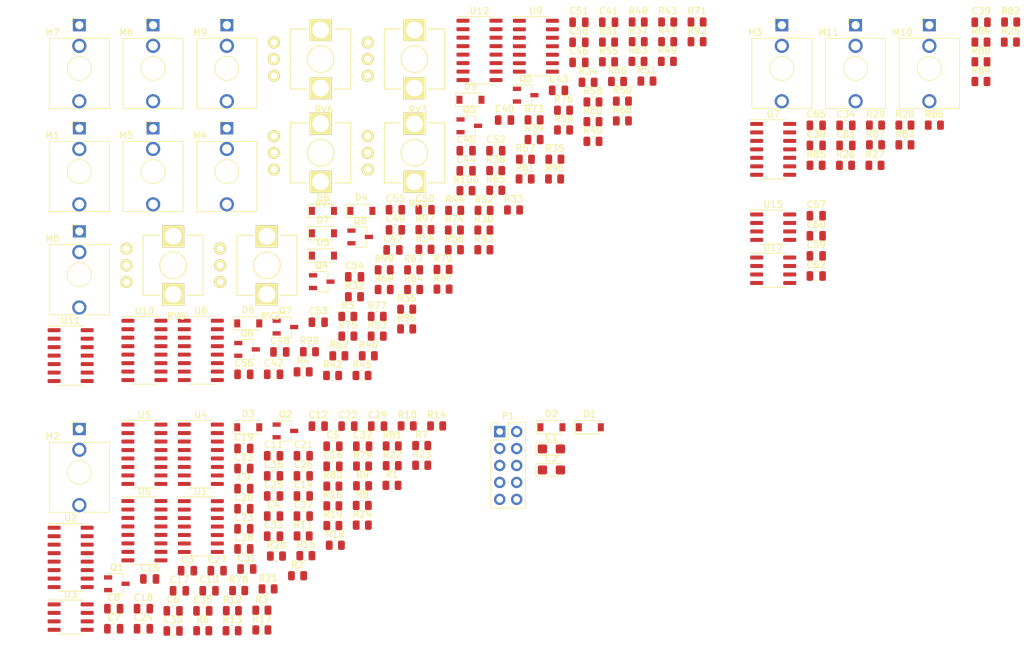
<source format=kicad_pcb>
(kicad_pcb (version 20211014) (generator pcbnew)
  (layers (0 "F.Cu" signal) (31 "B.Cu" signal) (34 "B.Paste" user) (35 "F.Paste" user) (36 "B.SilkS" user "B.Silkscreen") (37 "F.SilkS" user "F.Silkscreen") (38 "B.Mask" user) (39 "F.Mask" user) (44 "Edge.Cuts" user))
  (net 0 "")
  (net 1 "+12V")
  (net 2 "GND")
  (net 3 "-12V")
  (net 4 "+7.5V")
  (net 5 "-8V")
  (net 6 "B2")
  (net 7 "Net-(C5-Pad2)")
  (net 8 "Net-(C6-Pad2)")
  (net 9 "Net-(C7-Pad2)")
  (net 10 "Net-(C8-Pad2)")
  (net 11 "Net-(C9-Pad2)")
  (net 12 "Net-(C11-Pad2)")
  (net 13 "Net-(C12-Pad2)")
  (net 14 "Net-(C14-Pad2)")
  (net 15 "B3")
  (net 16 "Net-(C17-Pad2)")
  (net 17 "Net-(C18-Pad2)")
  (net 18 "Net-(C19-Pad2)")
  (net 19 "Net-(C20-Pad2)")
  (net 20 "Net-(C21-Pad2)")
  (net 21 "Net-(C22-Pad2)")
  (net 22 "Net-(C23-Pad2)")
  (net 23 "Net-(C25-Pad2)")
  (net 24 "R1")
  (net 25 "Net-(C28-Pad2)")
  (net 26 "Net-(C29-Pad2)")
  (net 27 "Net-(C30-Pad2)")
  (net 28 "Net-(C31-Pad2)")
  (net 29 "Net-(C32-Pad2)")
  (net 30 "Net-(C33-Pad2)")
  (net 31 "Net-(C35-Pad2)")
  (net 32 "Net-(C37-Pad2)")
  (net 33 "Net-(C39-Pad1)")
  (net 34 "Net-(C39-Pad2)")
  (net 35 "Net-(C44-Pad1)")
  (net 36 "Net-(C44-Pad2)")
  (net 37 "Net-(C45-Pad1)")
  (net 38 "Net-(C45-Pad2)")
  (net 39 "Net-(C48-Pad1)")
  (net 40 "Net-(C48-Pad2)")
  (net 41 "Net-(C49-Pad1)")
  (net 42 "Net-(C49-Pad2)")
  (net 43 "Net-(C53-Pad1)")
  (net 44 "Net-(C53-Pad2)")
  (net 45 "Net-(C58-Pad1)")
  (net 46 "Net-(C58-Pad2)")
  (net 47 "Net-(C61-Pad1)")
  (net 48 "Net-(C61-Pad2)")
  (net 49 "Net-(C65-Pad1)")
  (net 50 "Net-(C65-Pad2)")
  (net 51 "Net-(D1-Pad1)")
  (net 52 "Net-(D2-Pad2)")
  (net 53 "Net-(D3-Pad1)")
  (net 54 "Net-(D3-Pad2)")
  (net 55 "Net-(M1-Pad3)")
  (net 56 "SIGG1")
  (net 57 "Net-(M2-Pad3)")
  (net 58 "Net-(M3-Pad3)")
  (net 60 "Net-(M4-Pad3)")
  (net 62 "Net-(M5-Pad3)")
  (net 64 "Net-(M6-Pad3)")
  (net 66 "Net-(M7-Pad3)")
  (net 68 "Net-(M8-Pad3)")
  (net 70 "Net-(M9-Pad3)")
  (net 72 "Net-(M10-Pad3)")
  (net 74 "Net-(M11-Pad3)")
  (net 76 "Net-(Q1-Pad1)")
  (net 77 "Net-(Q2-Pad1)")
  (net 78 "Net-(Q3-Pad2)")
  (net 79 "C1")
  (net 80 "Net-(Q4-Pad2)")
  (net 81 "C2")
  (net 82 "Net-(Q5-Pad2)")
  (net 83 "C3")
  (net 84 "Net-(Q6-Pad2)")
  (net 85 "C4")
  (net 86 "Net-(Q7-Pad2)")
  (net 87 "C5")
  (net 88 "Net-(Q8-Pad2)")
  (net 89 "C6")
  (net 90 "Net-(R4-Pad1)")
  (net 91 "Net-(R5-Pad1)")
  (net 92 "Net-(R6-Pad1)")
  (net 93 "Net-(R10-Pad2)")
  (net 94 "X2VCA")
  (net 95 "Net-(R10-Pad1)")
  (net 96 "Net-(R11-Pad1)")
  (net 97 "Net-(R15-Pad1)")
  (net 98 "Net-(R16-Pad1)")
  (net 99 "Net-(R17-Pad1)")
  (net 100 "Net-(R18-Pad1)")
  (net 101 "Net-(R19-Pad2)")
  (net 102 "Net-(R21-Pad1)")
  (net 103 "BB2")
  (net 104 "Net-(R22-Pad1)")
  (net 105 "Net-(R23-Pad1)")
  (net 106 "OUTX2")
  (net 107 "Net-(R24-Pad1)")
  (net 108 "Net-(R25-Pad1)")
  (net 109 "Net-(R29-Pad1)")
  (net 110 "Net-(R30-Pad1)")
  (net 111 "Net-(R32-Pad2)")
  (net 112 "Net-(R33-Pad1)")
  (net 113 "Net-(R34-Pad1)")
  (net 114 "Net-(R35-Pad1)")
  (net 115 "Net-(R36-Pad2)")
  (net 116 "Net-(R37-Pad1)")
  (net 117 "Net-(R38-Pad2)")
  (net 118 "Net-(R39-Pad1)")
  (net 119 "Net-(R41-Pad2)")
  (net 120 "Net-(R43-Pad2)")
  (net 121 "Net-(R46-Pad1)")
  (net 122 "Net-(R47-Pad1)")
  (net 123 "Net-(R50-Pad1)")
  (net 124 "Net-(R51-Pad2)")
  (net 125 "Net-(R52-Pad1)")
  (net 126 "Net-(R53-Pad1)")
  (net 127 "Net-(R54-Pad1)")
  (net 128 "Net-(R55-Pad1)")
  (net 129 "Net-(R57-Pad2)")
  (net 130 "Net-(R59-Pad2)")
  (net 131 "Net-(R62-Pad1)")
  (net 132 "Net-(R64-Pad2)")
  (net 133 "Net-(R65-Pad1)")
  (net 134 "Net-(R67-Pad1)")
  (net 135 "Net-(R68-Pad1)")
  (net 136 "Net-(R68-Pad2)")
  (net 137 "Net-(R69-Pad1)")
  (net 138 "Net-(R69-Pad2)")
  (net 139 "Net-(R73-Pad1)")
  (net 140 "Net-(R74-Pad2)")
  (net 141 "B2RET")
  (net 142 "B3RET")
  (net 143 "VCAA6")
  (net 144 "Net-(R82-Pad1)")
  (net 145 "Net-(R83-Pad1)")
  (net 146 "/bintic/C1")
  (net 147 "/bintic/C2")
  (net 148 "/bintic/C3")
  (net 168 "Net-(U15-Pad5)")
  (footprint "Resistor_SMD:R_0805_2012Metric" (layer "F.Cu") (at 124.735 120.29)
    (fp_text reference "R16")
    (fp_text value "100R")
  )
  (footprint "Resistor_SMD:R_0805_2012Metric" (layer "F.Cu") (at 126.975 94.86)
    (fp_text reference "R75")
    (fp_text value "100K")
  )
  (footprint "Capacitor_SMD:C_0805_2012Metric" (layer "F.Cu") (at 197.155 63.28)
    (fp_text reference "C65")
    (fp_text value "100pF")
  )
  (footprint "Capacitor_SMD:C_0805_2012Metric" (layer "F.Cu") (at 161.605 53.85)
    (fp_text reference "C46")
    (fp_text value "100N")
  )
  (footprint "Capacitor_SMD:C_0805_2012Metric" (layer "F.Cu") (at 111.405 114.7)
    (fp_text reference "C13")
    (fp_text value "100nF")
  )
  (footprint "Resistor_SMD:R_0805_2012Metric" (layer "F.Cu") (at 142.945 78.97)
    (fp_text reference "R74")
    (fp_text value "1K")
  )
  (footprint "new_kicad:Jack_3.5mm_QingPu_WQP-PJ398SM_Vertical_CircularHoles" (layer "F.Cu") (at 86.755 108.78)
    (fp_text reference "M2")
    (fp_text value "AUDIO-JACKERTHENVAR-PJ398")
  )
  (footprint "Resistor_SMD:R_0805_2012Metric" (layer "F.Cu") (at 157.955 71.31)
    (fp_text reference "R95")
    (fp_text value "100K")
  )
  (footprint "Resistor_SMD:R_0805_2012Metric" (layer "F.Cu") (at 141.245 84.87)
    (fp_text reference "R70")
    (fp_text value "4K7")
  )
  (footprint "Capacitor_SMD:C_0805_2012Metric" (layer "F.Cu") (at 120.305 115.8)
    (fp_text reference "C26")
    (fp_text value "100N")
  )
  (footprint "Resistor_SMD:R_0805_2012Metric" (layer "F.Cu") (at 138.535 81.86)
    (fp_text reference "R54")
    (fp_text value "7K")
  )
  (footprint "Resistor_SMD:R_0805_2012Metric" (layer "F.Cu") (at 136.835 84.93)
    (fp_text reference "R67")
    (fp_text value "10K")
  )
  (footprint "new_kicad:Potentiometer_Alps-RK09" (layer "F.Cu") (at 122.905 67.4)
    (fp_text reference "RV4")
    (fp_text value "R_POT")
  )
  (footprint "Resistor_SMD:R_0805_2012Metric" (layer "F.Cu") (at 221.835 50.81)
    (fp_text reference "R84")
    (fp_text value "10K")
  )
  (footprint "Resistor_SMD:R_0805_2012Metric" (layer "F.Cu") (at 166.035 50.81)
    (fp_text reference "R31")
    (fp_text value "100K")
  )
  (footprint "Package_SO:SOIC-8_3.9x4.9mm_P1.27mm" (layer "F.Cu") (at 190.705 84.99)
    (fp_text reference "U17")
    (fp_text value "AD633JR")
  )
  (footprint "Resistor_SMD:R_0805_2012Metric" (layer "F.Cu") (at 131.385 94.86)
    (fp_text reference "R53")
    (fp_text value "180R")
  )
  (footprint "Capacitor_SMD:C_0805_2012Metric" (layer "F.Cu") (at 166.055 47.83)
    (fp_text reference "C41")
    (fp_text value "100N")
  )
  (footprint "Diode_SMD:D_SOD-123" (layer "F.Cu") (at 123.255 79.45)
    (fp_text reference "D7")
    (fp_text value "1N4148-Diode")
  )
  (footprint "Capacitor_SMD:C_0805_2012Metric" (layer "F.Cu") (at 201.605 66.29)
    (fp_text reference "C61")
    (fp_text value "100pF")
  )
  (footprint "Capacitor_SMD:C_0805_2012Metric" (layer "F.Cu") (at 107.405 130)
    (fp_text reference "C27")
    (fp_text value "100N")
  )
  (footprint "new_kicad:Jack_3.5mm_QingPu_WQP-PJ398SM_Vertical_CircularHoles" (layer "F.Cu") (at 192.005 48.27)
    (fp_text reference "M3")
    (fp_text value "AUDIO-JACKERTHENVAR-PJ398")
  )
  (footprint "Package_SO:SOIC-16_3.9x9.9mm_P1.27mm" (layer "F.Cu") (at 104.955 112.56)
    (fp_text reference "U4")
    (fp_text value "4024")
  )
  (footprint "Resistor_SMD:R_0805_2012Metric" (layer "F.Cu") (at 130.045 97.81)
    (fp_text reference "R46")
    (fp_text value "100K")
  )
  (footprint "Resistor_SMD:R_0805_2012Metric" (layer "F.Cu") (at 109.645 139)
    (fp_text reference "R13")
    (fp_text value "1K")
  )
  (footprint "Capacitor_SMD:C_0805_2012Metric" (layer "F.Cu") (at 129.205 111.35)
    (fp_text reference "C32")
    (fp_text value "47nF")
  )
  (footprint "new_kicad:Jack_3.5mm_QingPu_WQP-PJ398SM_Vertical_CircularHoles" (layer "F.Cu") (at 203.055 48.27)
    (fp_text reference "M11")
    (fp_text value "AUDIO-JACKERTHENVAR-PJ398")
  )
  (footprint "Package_SO:SOIC-14_3.9x8.7mm_P1.27mm" (layer "F.Cu") (at 190.705 66.88)
    (fp_text reference "U7")
    (fp_text value "TL074")
  )
  (footprint "Capacitor_SMD:C_0805_2012Metric" (layer "F.Cu") (at 197.155 85.85)
    (fp_text reference "C62")
    (fp_text value "100N")
  )
  (footprint "Diode_SMD:D_SOD-123" (layer "F.Cu") (at 163.235 108.51)
    (fp_text reference "D1")
    (fp_text value "1N5158")
  )
  (footprint "Resistor_SMD:R_0805_2012Metric" (layer "F.Cu") (at 129.145 123.18)
    (fp_text reference "R24")
    (fp_text value "10K")
  )
  (footprint "Capacitor_SMD:C_0805_2012Metric" (layer "F.Cu") (at 126.995 108.34)
    (fp_text reference "C22")
    (fp_text value "47nF")
  )
  (footprint "Capacitor_SMD:C_0805_2012Metric" (layer "F.Cu") (at 161.605 47.83)
    (fp_text reference "C51")
    (fp_text value "100N")
  )
  (footprint "Package_SO:SOIC-8_3.9x4.9mm_P1.27mm" (layer "F.Cu") (at 85.455 136.96)
    (fp_text reference "U3")
    (fp_text value "TL071")
  )
  (footprint "Package_TO_SOT_SMD:TSOT-23" (layer "F.Cu") (at 145.175 63.35)
    (fp_text reference "Q5")
    (fp_text value "Q_PNP_BEC")
  )
  (footprint "Capacitor_SMD:C_0805_2012Metric" (layer "F.Cu") (at 158.545 58.04)
    (fp_text reference "C43")
    (fp_text value "100N")
  )
  (footprint "Resistor_SMD:R_0805_2012Metric" (layer "F.Cu") (at 221.835 56.71)
    (fp_text reference "R89")
    (fp_text value "330R")
  )
  (footprint "Capacitor_SMD:C_0805_2012Metric" (layer "F.Cu") (at 96.355 138.7)
    (fp_text reference "C24")
    (fp_text value "100nF")
  )
  (footprint "Capacitor_SMD:C_0805_2012Metric" (layer "F.Cu") (at 115.855 112.79)
    (fp_text reference "C11")
    (fp_text value "47nF")
  )
  (footprint "Package_SO:SOIC-16_3.9x9.9mm_P1.27mm" (layer "F.Cu") (at 104.955 97)
    (fp_text reference "U8")
    (fp_text value "LM13700")
  )
  (footprint "Resistor_SMD:R_0805_2012Metric" (layer "F.Cu") (at 197.135 69.27)
    (fp_text reference "R85")
    (fp_text value "10K")
  )
  (footprint "Package_SO:SOIC-14_3.9x8.7mm_P1.27mm" (layer "F.Cu") (at 85.455 97.78)
    (fp_text reference "U11")
    (fp_text value "TL074")
  )
  (footprint "Diode_SMD:D_SOD-123" (layer "F.Cu") (at 112.055 92.95)
    (fp_text reference "D6")
    (fp_text value "1N4148-Diode")
  )
  (footprint "Resistor_SMD:R_0805_2012Metric" (layer "F.Cu") (at 132.425 87.88)
    (fp_text reference "R69")
    (fp_text value "470K")
  )
  (footprint "Capacitor_SMD:C_0805_2012Metric" (layer "F.Cu") (at 116.795 97.23)
    (fp_text reference "C48")
    (fp_text value "100P")
  )
  (footprint "Capacitor_SMD:C_0805_2012Metric" (layer "F.Cu") (at 124.755 114.36)
    (fp_text reference "C16")
    (fp_text value "100N")
  )
  (footprint "Resistor_SMD:R_0805_2012Metric" (layer "F.Cu") (at 157.995 68.36)
    (fp_text reference "R35")
    (fp_text value "180R")
  )
  (footprint "Resistor_SMD:R_0805_2012Metric" (layer "F.Cu") (at 133.635 114.27)
    (fp_text reference "R22")
    (fp_text value "10K")
  )
  (footprint "Capacitor_SMD:C_0805_2012Metric" (layer "F.Cu") (at 197.155 79.83)
    (fp_text reference "C60")
    (fp_text value "100N")
  )
  (footprint "Diode_SMD:D_SOD-123" (layer "F.Cu") (at 123.255 82.8)
    (fp_text reference "D5")
    (fp_text value "1N4148-Diode")
  )
  (footprint "Capacitor_SMD:C_0805_2012Metric" (layer "F.Cu") (at 201.605 63.28)
    (fp_text reference "C34")
    (fp_text value "100N")
  )
  (footprint "Capacitor_SMD:C_0805_2012Metric" (layer "F.Cu") (at 221.855 47.83)
    (fp_text reference "C39")
    (fp_text value "100pF")
  )
  (footprint "new_kicad:Potentiometer_Alps-RK09" (layer "F.Cu") (at 122.905 53.35)
    (fp_text reference "RV6")
    (fp_text value "R_POT")
  )
  (footprint "Resistor_SMD:R_0805_2012Metric" (layer "F.Cu") (at 226.285 47.8)
    (fp_text reference "R82")
    (fp_text value "10K")
  )
  (footprint "Capacitor_SMD:C_0805_2012Metric" (layer "F.Cu") (at 111.405 111.69)
    (fp_text reference "C19")
    (fp_text value "47nF")
  )
  (footprint "Capacitor_SMD:C_0805_2012Metric" (layer "F.Cu") (at 131.445 108.34)
    (fp_text reference "C29")
    (fp_text value "47nF")
  )
  (footprint "Diode_SMD:D_SOD-123" (layer "F.Cu") (at 157.485 108.51)
    (fp_text reference "D2")
    (fp_text value "1N5158")
  )
  (footprint "Resistor_SMD:R_0805_2012Metric" (layer "F.Cu") (at 147.395 76.02)
    (fp_text reference "R52")
    (fp_text value "180R")
  )
  (footprint "Capacitor_SMD:C_0805_2012Metric" (layer "F.Cu") (at 122.545 108.34)
    (fp_text reference "C12")
    (fp_text value "47nF")
  )
  (footprint "Capacitor_SMD:C_0805_2012Metric" (layer "F.Cu") (at 115.855 118.81)
    (fp_text reference "C25")
    (fp_text value "47nF")
  )
  (footprint "Capacitor_SMD:C_0805_2012Metric" (layer "F.Cu") (at 101.745 133.01)
    (fp_text reference "C17")
    (fp_text value "47nF")
  )
  (footprint "Resistor_SMD:R_0805_2012Metric" (layer "F.Cu") (at 147.355 78.97)
    (fp_text reference "R30")
    (fp_text value "180R")
  )
  (footprint "new_kicad:Jack_3.5mm_QingPu_WQP-PJ398SM_Vertical_CircularHoles" (layer "F.Cu") (at 97.805 48.27)
    (fp_text reference "M6")
    (fp_text value "AUDIO-JACKERTHENVAR-PJ398")
  )
  (footprint "Resistor_SMD:R_0805_2012Metric" (layer "F.Cu") (at 141.245 87.82)
    (fp_text reference "R47")
    (fp_text value "1K")
  )
  (footprint "new_kicad:Potentiometer_Alps-RK09" (layer "F.Cu") (at 136.955 53.35)
    (fp_text reference "RV3")
    (fp_text value "R_POT")
  )
  (footprint "Capacitor_SMD:C_0805_2012Metric" (layer "F.Cu") (at 120.305 112.79)
    (fp_text reference "C21")
    (fp_text value "47nF")
  )
  (footprint "Resistor_SMD:R_0805_2012Metric" (layer "F.Cu") (at 170.445 53.7)
    (fp_text reference "R63")
    (fp_text value "100K")
  )
  (footprint "Capacitor_SMD:C_0805_2012Metric" (layer "F.Cu") (at 111.405 117.71)
    (fp_text reference "C9")
    (fp_text value "47nF")
  )
  (footprint "Resistor_SMD:R_0805_2012Metric" (layer "F.Cu") (at 210.445 66.2)
    (fp_text reference "R83")
    (fp_text value "10K")
  )
  (footprint "Capacitor_SMD:C_0805_2012Metric" (layer "F.Cu") (at 91.905 135.69)
    (fp_text reference "C8")
    (fp_text value "47nF")
  )
  (footprint "Resistor_SMD:R_0805_2012Metric" (layer "F.Cu") (at 206.035 63.25)
    (fp_text reference "R29")
    (fp_text value "10K")
  )
  (footprint "Resistor_SMD:R_0805_2012Metric" (layer "F.Cu") (at 124.695 100.76)
    (fp_text reference "R42")
    (fp_text value "100K")
  )
  (footprint "Resistor_SMD:R_0805_2012Metric" (layer "F.Cu") (at 170.485 50.75)
    (fp_text reference "R37")
    (fp_text value "7K")
  )
  (footprint "Package_TO_SOT_SMD:TSOT-23" (layer "F.Cu") (at 111.875 96.85)
    (fp_text reference "Q6")
    (fp_text value "Q_PNP_BEC")
  )
  (footprint "Resistor_SMD:R_0805_2012Metric" (layer "F.Cu") (at 142.985 76.02)
    (fp_text reference "R44")
    (fp_text value "22K")
  )
  (footprint "Capacitor_SMD:C_0805_2012Metric" (layer "F.Cu") (at 97.295 131.24)
    (fp_text reference "C15")
    (fp_text value "100N")
  )
  (footprint "Resistor_SMD:R_0805_2012Metric" (layer "F.Cu") (at 124.735 117.34)
    (fp_text reference "R80")
    (fp_text value "10K")
  )
  (footprint "Capacitor_SMD:C_0805_2012Metric" (layer "F.Cu") (at 115.855 100.58)
    (fp_text reference "C42")
    (fp_text value "100N")
  )
  (footprint "Capacitor_SMD:C_0805_2012Metric" (layer "F.Cu") (at 197.155 82.84)
    (fp_text reference "C59")
    (fp_text value "100N")
  )
  (footprint "Capacitor_SMD:C_0805_2012Metric" (layer "F.Cu") (at 122.545 92.78)
    (fp_text reference "C53")
    (fp_text value "100P")
  )
  (footprint "Resistor_SMD:R_0805_2012Metric" (layer "F.Cu") (at 147.355 81.92)
    (fp_text reference "R93")
    (fp_text value "100K")
  )
  (footprint "Resistor_SMD:R_0805_2012Metric" (layer "F.Cu") (at 124.735 123.24)
    (fp_text reference "R19")
    (fp_text value "1K")
  )
  (footprint "Capacitor_SMD:C_0805_2012Metric" (layer "F.Cu") (at 127.995 85.98)
    (fp_text reference "C54")
    (fp_text value "100N")
  )
  (footprint "Capacitor_SMD:C_0805_2012Metric" (layer "F.Cu") (at 115.855 124.83)
    (fp_text reference "C33")
    (fp_text value "47nF")
  )
  (footprint "Resistor_SMD:R_0805_2012Metric" (layer "F.Cu") (at 135.875 108.31)
    (fp_text reference "R10")
    (fp_text value "10K")
  )
  (footprint "Resistor_SMD:R_0805_2012Metric" (layer "F.Cu") (at 126.975 91.91)
    (fp_text reference "R5")
    (fp_text value "12K")
  )
  (footprint "Resistor_SMD:R_0805_2012Metric" (layer "F.Cu") (at 121.225 97.2)
    (fp_text reference "R98")
    (fp_text value "2K2")
  )
  (footprint "Capacitor_SMD:C_0805_2012Metric" (layer "F.Cu") (at 111.405 123.73)
    (fp_text reference "C23")
    (fp_text value "47nF")
  )
  (footprint "Capacitor_SMD:C_0805_2012Metric" (layer "F.Cu") (at 111.405 100.58)
    (fp_text reference "C56")
    (fp_text value "100N")
  )
  (footprint "Resistor_SMD:R_0805_2012Metric" (layer "F.Cu") (at 120.695 127.75)
    (fp_text reference "R15")
    (fp_text value "10K")
  )
  (footprint "Capacitor_SMD:C_0805_2012Metric" (layer "F.Cu") (at 150.455 62.49)
    (fp_text reference "C40")
    (fp_text value "100N")
  )
  (footprint "Capacitor_SMD:C_0805_2012Metric" (layer "F.Cu") (at 96.355 135.69)
    (fp_text reference "C18")
    (fp_text value "47nF")
  )
  (footprint "Capacitor_SMD:C_0805_2012Metric" (layer "F.Cu") (at 100.805 139.03)
    (fp_text reference "C30")
    (fp_text value "47nF")
  )
  (footprint "Package_SO:SOIC-16_3.9x9.9mm_P1.27mm" (layer "F.Cu") (at 85.455 128.01)
    (fp_text reference "U2")
    (fp_text value "4051")
  )
  (footprint "Package_TO_SOT_SMD:TSOT-23" (layer "F.Cu") (at 92.375 131.96)
    (fp_text reference "Q1")
    (fp_text value "Q_NPN_BEC")
  )
  (footprint "Resistor_SMD:R_0805_2012Metric" (layer "F.Cu") (at 159.295 61.02)
    (fp_text reference "R76")
    (fp_text value "2K2")
  )
  (footprint "new_kicad:Potentiometer_Alps-RK09" (layer "F.Cu") (at 100.805 84.25)
    (fp_text reference "RV5")
    (fp_text value "R_POT")
  )
  (footprint "Resistor_SMD:R_0805_2012Metric" (layer "F.Cu") (at 174.895 50.75)
    (fp_text reference "R41")
    (fp_text value "100K")
  )
  (footprint "Resistor_SMD:R_0805_2012Metric" (layer "F.Cu") (at 127.975 88.96)
    (fp_text reference "R32")
    (fp_text value "100K")
  )
  (footprint "new_kicad:Jack_3.5mm_QingPu_WQP-PJ398SM_Vertical_CircularHoles" (layer "F.Cu") (at 108.855 48.27)
    (fp_text reference "M9")
    (fp_text value "AUDIO-JACKERTHENVAR-PJ398")
  )
  (footprint "Resistor_SMD:R_0805_2012Metric" (layer "F.Cu") (at 159.295 63.97)
    (fp_text reference "R59")
    (fp_text value "100K")
  )
  (footprint "Resistor_SMD:R_0805_2012Metric" (layer "F.Cu") (at 153.585 68.36)
    (fp_text reference "R57")
    (fp_text value "100K")
  )
  (footprint "Resistor_SMD:R_0805_2012Metric" (layer "F.Cu") (at 154.885 65.41)
    (fp_text reference "R39")
    (fp_text value "7K")
  )
  (footprint "Resistor_SMD:R_0805_2012Metric" (layer "F.Cu") (at 119.445 130.76)
    (fp_text reference "R2")
    (fp_text value "10K")
  )
  (footprint "Resistor_SMD:R_0805_2012Metric" (layer "F.Cu") (at 171.795 56.65)
    (fp_text reference "R51")
    (fp_text value "1K")
  )
  (footprint "Resistor_SMD:R_0805_2012Metric" (layer "F.Cu") (at 163.705 65.68)
    (fp_text reference "R40")
    (fp_text value "100K")
  )
  (footprint "Capacitor_Tantalum_SMD:CP_EIA-3216-18_Kemet-A" (layer "F.Cu") (at 157.48 114.91)
    (fp_text reference "C2")
    (fp_text value "10u")
  )
  (footprint "Capacitor_SMD:C_0805_2012Metric" (layer "F.Cu") (at 120.305 118.81)
    (fp_text reference "C14")
    (fp_text value "47nF")
  )
  (footprint "Resistor_SMD:R_0805_2012Metric" (layer "F.Cu") (at 129.105 100.76)
    (fp_text reference "R45")
    (fp_text value "22K")
  )
  (footprint "Package_SO:SOIC-14_3.9x8.7mm_P1.27mm" (layer "F.Cu") (at 155.155 51.43)
    (fp_text reference "U9")
    (fp_text value "TL074")
  )
  (footprint "Resistor_SMD:R_0805_2012Metric" (layer "F.Cu") (at 201.545 69.27)
    (fp_text reference "R26")
    (fp_text value "10K")
  )
  (footprint "Resistor_SMD:R_0805_2012Metric" (layer "F.Cu") (at 114.095 138.88)
    (fp_text reference "R17")
    (fp_text value "1K")
  )
  (footprint "Capacitor_SMD:C_0805_2012Metric" (layer "F.Cu") (at 149.155 67.08)
    (fp_text reference "C52")
    (fp_text value "100N")
  )
  (footprint "new_kicad:Jack_3.5mm_QingPu_WQP-PJ398SM_Vertical_CircularHoles" (layer "F.Cu") (at 214.105 48.27)
    (fp_text reference "M10")
    (fp_text value "AUDIO-JACKERTHENVAR-PJ398")
  )
  (footprint "Capacitor_SMD:C_0805_2012Metric" (layer "F.Cu") (at 197.155 76.82)
    (fp_text reference "C57")
    (fp_text value "100N")
  )
  (footprint "Resistor_SMD:R_0805_2012Metric" (layer "F.Cu") (at 149.135 70.06)
    (fp_text reference "R38")
    (fp_text value "1K")
  )
  (footprint "Resistor_SMD:R_0805_2012Metric" (layer "F.Cu") (at 170.485 47.8)
    (fp_text reference "R48")
    (fp_text value "22K")
  )
  (footprint "Capacitor_SMD:C_0805_2012Metric" (layer "F.Cu") (at 111.855 129.75)
    (fp_text reference "C31")
    (fp_text value "47nF")
  )
  (footprint "Package_SO:SOIC-8_3.9x4.9mm_P1.27mm" (layer "F.Cu") (at 190.705 78.54)
    (fp_text reference "U15")
    (fp_text value "AD633JR")
  )
  (footprint "Capacitor_SMD:C_0805_2012Metric" (layer "F.Cu") (at 161.605 50.84)
    (fp_text reference "C58")
    (fp_text value "100P")
  )
  (footprint "Package_SO:SOIC-14_3.9x8.7mm_P1.27mm" (layer "F.Cu") (at 104.955 123.39)
    (fp_text reference "U1")
    (fp_text value "TL074")
  )
  (footprint "Resistor_SMD:R_0805_2012Metric" (layer "F.Cu") (at 153.545 71.31)
    (fp_text reference "R61")
    (fp_text value "22K")
  )
  (footprint "Resistor_SMD:R_0805_2012Metric" (layer "F.Cu") (at 133.635 111.32)
    (fp_text reference "R81")
    (fp_text value "10K")
  )
  (footprint "Resistor_SMD:R_0805_2012Metric" (layer "F.Cu") (at 110.625 132.98)
    (fp_text reference "R78")
    (fp_text value "10K")
  )
  (footprint "Resistor_SMD:R_0805_2012Metric" (layer "F.Cu") (at 133.595 117.22)
    (fp_text reference "R1")
    (fp_text value "10K")
  )
  (footprint "Capacitor_SMD:C_0805_2012Metric" (layer "F.Cu") (at 124.755 111.35)
    (fp_text reference "C5")
    (fp_text value "47nF")
  )
  (footprint "Resistor_SMD:R_0805_2012Metric" (layer "F.Cu") (at 179.305 47.8)
    (fp_text reference "R71")
    (fp_text value "4K7")
  )
  (footprint "Resistor_SMD:R_0805_2012Metric" (layer "F.Cu") (at 129.145 120.23)
    (fp_text reference "R8")
    (fp_text value "10K")
  )
  (footprint "Capacitor_SMD:C_0805_2012Metric" (layer "F.Cu") (at 133.745 81.95)
    (fp_text reference "C47")
    (fp_text value "100N")
  )
  (footprint "Resistor_SMD:R_0805_2012Metric" (layer "F.Cu") (at 205.955 69.27)
    (fp_text reference "R27")
    (fp_text value "10K")
  )
  (footprint "Capacitor_SMD:C_0805_2012Metric" (layer "F.Cu") (at 115.855 115.8)
    (fp_text reference "C36")
    (fp_text value "100nF")
  )
  (footprint "Resistor_SMD:R_0805_2012Metric" (layer "F.Cu") (at 115.035 132.73)
    (fp_text reference "R21")
    (fp_text value "1K")
  )
  (footprint "Connector_PinHeader_2.54mm:PinHeader_2x05_P2.54mm_Vertical" (layer "F.Cu") (at 149.735 109.16)
    (fp_text reference "P1")
    (fp_text value "CONN_02X05")
  )
  (footprint "Resistor_SMD:R_0805_2012Metric" (layer "F.Cu") (at 138.045 111.26)
    (fp_text reference "R7")
    (fp_text value "10K")
  )
  (footprint "Resistor_SMD:R_0805_2012Metric" (layer "F.Cu") (at 114.095 135.93)
    (fp_text reference "R3")
    (fp_text value "1K")
  )
  (footprint "Resistor_SMD:R_0805_2012Metric" (layer "F.Cu") (at 140.285 108.31)
    (fp_text reference "R14")
    (fp_text value "100K")
  )
  (footprint "Resistor_SMD:R_0805_2012Metric" (layer "F.Cu") (at 166.035 53.76)
    (fp_text reference "R55")
    (fp_text value "7K")
  )
  (footprint "Resistor_SMD:R_0805_2012Metric" (layer "F.Cu") (at 116.285 127.81)
    (fp_text reference "R20")
    (fp_text value "1K")
  )
  (footprint "Resistor_SMD:R_0805_2012Metric" (layer "F.Cu") (at 125.635 97.81)
    (fp_text reference "R62")
    (fp_text value "12K")
  )
  (footprint "Capacitor_Tantalum_SMD:CP_EIA-3216-18_Kemet-A" (layer "F.Cu") (at 157.48 111.76)
    (fp_text reference "C1")
    (fp_text value "10u")
  )
  (footprint "Resistor_SMD:R_0805_2012Metric" (layer "F.Cu") (at 135.795 90.83)
    (fp_text reference "R36")
    (fp_text value "1K")
  )
  (footprint "Resistor_SMD:R_0805_2012Metric" (layer "F.Cu") (at 135.795 93.78)
    (fp_text reference "R96")
    (fp_text value "2K2")
  )
  (footprint "Resistor_SMD:R_0805_2012Metric" (layer "F.Cu") (at 105.235 139)
    (fp_text reference "R6")
    (fp_text value "10K")
  )
  (footprint "Capacitor_SMD:C_0805_2012Metric" (layer "F.Cu") (at 134.105 78.94)
    (fp_text reference "C49")
    (fp_text value "100P")
  )
  (footprint "Resistor_SMD:R_0805_2012Metric" (layer "F.Cu") (at 131.385 91.91)
    (fp_text reference "R77")
    (fp_text value "10K")
  )
  (footprint "Resistor_SMD:R_0805_2012Metric" (layer "F.Cu") (at 138.535 78.91)
    (fp_text reference "R97")
    (fp_text value "2K2")
  )
  (footprint "Resistor_SMD:R_0805_2012Metric" (layer "F.Cu") (at 120.285 100.21)
    (fp_text reference "R4")
    (fp_text value "180R")
  )
  (footprint "new_kicad:Jack_3.5mm_QingPu_WQP-PJ398SM_Vertical_CircularHoles" (layer "F.Cu") (at 97.805 63.72)
    (fp_text reference "M5")
    (fp_text value "AUDIO-JACKERTHENVAR-PJ398")
  )
  (footprint "Resistor_SMD:R_0805_2012Metric" (layer "F.Cu") (at 136.835 87.88)
    (fp_text reference "R64")
    (fp_text value "100K")
  )
  (footprint "Capacitor_SMD:C_0805_2012Metric" (layer "F.Cu") (at 91.905 138.7)
    (fp_text reference "C7")
    (fp_text value "47nF")
  )
  (footprint "new_kicad:Jack_3.5mm_QingPu_WQP-PJ398SM_Vertical_CircularHoles" (layer "F.Cu") (at 86.755 79.17)
    (fp_text reference "M8")
    (fp_text value "AUDIO-JACKERTHENVAR-PJ398")
  )
  (footprint "Capacitor_SMD:C_0805_2012Metric" (layer "F.Cu") (at 111.405 126.74)
    (fp_text reference "C28")
    (fp_text value "47nF")
  )
  (footprint "Resistor_SMD:R_0805_2012Metric" (layer "F.Cu") (at 221.835 53.76)
    (fp_text reference "R88")
    (fp_text value "330R")
  )
  (footprint "Capacitor_SMD:C_0805_2012Metric" (layer "F.Cu") (at 144.705 70.09)
    (fp_text reference "C44")
    (fp_text value "100P")
  )
  (footprint "Resistor_SMD:R_0805_2012Metric" (layer "F.Cu") (at 129.185 114.33)
    (fp_text reference "R79")
    (fp_text value "10K")
  )
  (footprint "new_kicad:Potentiometer_Alps-RK09" (layer "F.Cu") (at 114.855 84.25)
    (fp_text reference "RV2")
    (fp_text value "R_POT")
  )
  (footprint "Resistor_SMD:R_0805_2012Metric" (layer "F.Cu") (at 174.855 53.7)
    (fp_text reference "R49")
    (fp_text value "1K")
  )
  (footprint "Resistor_SMD:R_0805_2012Metric" (layer "F.Cu") (at 163.705 62.73)
    (fp_text reference "R60")
    (fp_text value "22K")
  )
  (footprint "new_kicad:Jack_3.5mm_QingPu_WQP-PJ398SM_Vertical_CircularHoles" (layer "F.Cu") (at 108.855 63.72)
    (fp_text reference "M4")
    (fp_text value "AUDIO-JACKERTHENVAR-PJ398")
  )
  (footprint "Resistor_SMD:R_0805_2012Metric" (layer "F.Cu") (at 162.975 56.83)
    (fp_text reference "R34")
    (fp_text value "1K")
  )
  (footprint "Capacitor_SMD:C_0805_2012Metric" (layer "F.Cu") (at 111.405 120.72)
    (fp_text reference "C20")
    (fp_text value "47nF")
  )
  (footprint "Resistor_SMD:R_0805_2012Metric" (layer "F.Cu") (at 206.035 66.2)
    (fp_text reference "R87")
    (fp_text value "330R")
  )
  (footprint "Resistor_SMD:R_0805_2012Metric" (layer "F.Cu") (at 151.805 75.96)
    (fp_text reference "R33")
    (fp_text value "1K")
  )
  (footprint "Package_SO:SOIC-16_3.9x9.9mm_P1.27mm" (layer "F.Cu") (at 96.505 124.01)
    (fp_text reference "U6")
    (fp_text value "4051")
  )
  (footprint "Diode_SMD:D_SOD-123" (layer "F.Cu") (at 112.055 108.51)
    (fp_text reference "D3")
    (fp_text value "1N4148")
  )
  (footprint "Resistor_SMD:R_0805_2012Metric" (layer "F.Cu") (at 226.245 50.81)
    (fp_text reference "R25")
    (fp_text value "100R")
  )
  (footprint "Resistor_SMD:R_0805_2012Metric" (layer "F.Cu") (at 132.425 84.93)
    (fp_text reference "R99")
    (fp_text value "2K2")
  )
  (footprint "Resistor_SMD:R_0805_2012Metric" (layer "F.Cu") (at 129.185 117.28)
    (fp_text reference "R9")
    (fp_text value "10K")
  )
  (footprint "Capacitor_SMD:C_0805_2012Metric" (layer "F.Cu") (at 106.195 133.01)
    (fp_text reference "C10")
    (fp_text value "100N")
  )
  (footprint "Capacitor_SMD:C_0805_2012Metric" (layer "F.Cu") (at 197.155 66.29)
    (fp_text reference "C38")
    (fp_text value "100N")
  )
  (footprint "Resistor_SMD:R_0805_2012Metric" (layer "F.Cu") (at 179.305 50.75)
    (fp_text reference "R92")
    (fp_text value "100K")
  )
  (footprint "Resistor_SMD:R_0805_2012Metric" (layer "F.Cu") (at 149.135 73.01)
    (fp_text reference "R65")
    (fp_text value "1K")
  )
  (footprint "Package_SO:SOIC-16_3.9x9.9mm_P1.27mm" (layer "F.Cu") (at 146.705 52.05)
    (fp_text reference "U12")
    (fp_text value "LM13700")
  )
  (footprint "Capacitor_SMD:C_0805_2012Metric" (layer "F.Cu") (at 138.555 75.93)
    (fp_text reference "C50")
    (fp_text value "100N")
  )
  (footprint "Capacitor_SMD:C_0805_2012Metric" (layer "F.Cu") (at 105.255 136.02)
    (fp_text reference "C35")
    (fp_text value "47nF")
  )
  (footprint "Capacitor_SMD:C_0805_2012Metric" (layer "F.Cu") (at 102.955 130)
    (fp_text reference "C3")
    (fp_text value "100nF")
  )
  (footprint "Capacitor_SMD:C_0805_2012Metric" (layer "F.Cu") (at 134.105 75.93)
    (fp_text reference "C55")
    (fp_text value "100N")
  )
  (footprint "Resistor_SMD:R_0805_2012Metric" (layer "F.Cu") (at 168.115 62.61)
    (fp_text reference "R68")
    (fp_text value "r68- 470K-2.5M - 2.5M as calculation")
  )
  (footprint "Package_SO:SOIC-16_3.9x9.9mm_P1.27mm" (layer "F.Cu") (at 96.505 112.56)
    (fp_text reference "U5")
    (fp_text value "4051")
  )
  (footprint "Diode_SMD:D_SOD-123" (layer "F.Cu") (at 145.355 59.45)
    (fp_text reference "D9")
    (fp_text value "1N4148-Diode")
  )
  (footprint "Resistor_SMD:R_0805_2012Metric" (layer "F.Cu") (at 120.285 124.8)
    (fp_text reference "R11")
    (fp_text value "47K")
  )
  (footprint "Capacitor_SMD:C_0805_2012Metric" (layer "F.Cu") (at 144.705 67.08)
    (fp_text reference "C45")
    (fp_text value "100P")
  )
  (footprint "Package_SO:SOIC-16_3.9x9.9mm_P1.27mm" (layer "F.Cu") (at 96.505 97)
    (fp_text reference "U10")
    (fp_text value "LM13700")
  )
  (footprint "Resistor_SMD:R_0805_2012Metric" (layer "F.Cu") (at 144.685 73.07)
    (fp_text reference "R100")
    (fp_text value "2K2")
  )
  (footprint "Resistor_SMD:R_0805_2012Metric" (layer "F.Cu") (at 174.895 47.8)
    (fp_text reference "R43")
    (fp_text value "100K")
  )
  (footprint "Capacitor_SMD:C_0805_2012Metric" (layer "F.Cu") (at 120.305 121.82)
    (fp_text reference "C37")
    (fp_text value "47nF")
  )
  (footprint "Package_TO_SOT_SMD:TSOT-23" (layer "F.Cu") (at 153.625 58.76)
    (fp_text reference "Q3")
    (fp_text value "Q_PNP_BEC")
  )
  (footprint "Diode_SMD:D_SOD-123" (layer "F.Cu") (at 123.255 76.1)
    (fp_text reference "D8")
    (fp_text value "1N4148-Diode")
  )
  (footprint "Package_TO_SOT_SMD:TSOT-23" (layer "F.Cu") (at 117.625 93.5)
    (fp_text reference "Q7")
    (fp_text value "Q_PNP_BEC")
  )
  (footprint "Package_TO_SOT_SMD:TSOT-23" (layer "F.Cu") (at 123.075 86.7)
    (fp_text reference "Q4")
    (fp_text value "Q_PNP_BEC")
  )
  (footprint "Resistor_SMD:R_0805_2012Metric" (layer "F.Cu") (at 168.115 59.66)
    (fp_text reference "R50")
    (fp_text value "1K")
  )
  (footprint "Capacitor_SMD:C_0805_2012Metric" (layer "F.Cu") (at 115.855 121.82)
    (fp_text reference "C4")
    (fp_text value "100nF")
  )
  (footprint "Resistor_SMD:R_0805_2012Metric" (layer "F.Cu") (at 138.045 114.21)
    (fp_text reference "R23")
    (fp_text value "1K")
  )
  (footprint "Resistor_SMD:R_0805_2012Metric" (layer "F.Cu") (at 163.705 59.78)
    (fp_text reference "R58")
    (fp_text value "100K")
  )
  (footprint "Resistor_SMD:R_0805_2012Metric" (layer "F.Cu") (at 154.885 62.46)
    (fp_text reference "R73")
    (fp_text value "180R")
  )
  (footprint "new_kicad:Potentiometer_Alps-RK09" (layer "F.Cu") (at 136.955 67.4)
    (fp_text reference "RV1")
    (fp_text value "R_POT")
  )
  (footprint "Resistor_SMD:R_0805_2012Metric" (layer "F.Cu") (at 210.445 63.25)
    (fp_text reference "R28")
    (fp_text value "10K")
  )
  (footprint "Package_TO_SOT_SMD:TSOT-23" (layer "F.Cu") (at 117.625 109.06)
    (fp_text reference "Q2")
    (fp_text value "Q_PNP_BEC")
  )
  (footprint "Resistor_SMD:R_0805_2012Metric" (layer "F.Cu") (at 142.945 81.92)
    (fp_text reference "R56")
    (fp_text value "100K")
  )
  (footprint "Package_TO_SOT_SMD:TSOT-23" (layer "F.Cu") (at 128.825 80)
    (fp_text reference "Q8")
    (fp_text value "Q_PNP_BEC")
  )
  (footprint "new_kicad:Jack_3.5mm_QingPu_WQP-PJ398SM_Vertical_CircularHoles" (layer "F.Cu") (at 86.755 48.27)
    (fp_text reference "M7")
    (fp_text value "AUDIO-JACKERTHENVAR-PJ398")
  )
  (footprint "new_kicad:Jack_3.5mm_QingPu_WQP-PJ398SM_Vertical_CircularHoles" (layer "F.Cu") (at 86.755 63.72)
    (fp_text reference "M1")
    (fp_text value "AUDIO-JACKERTHENVAR-PJ398")
  )
  (footprint "Resistor_SMD:R_0805_2012Metric" (layer "F.Cu") (at 167.385 56.71)
    (fp_text reference "R66")
    (fp_text value "22K")
  )
  (footprint "Capacitor_SMD:C_0805_2012Metric" (layer "F.Cu") (at 100.805 136.02)
    (fp_text reference "C6")
    (fp_text value "47nF")
  )
  (footprint "Resistor_SMD:R_0805_2012Metric" (layer "F.Cu") (at 214.855 63.25)
    (fp_text reference "R86")
    (fp_text value "10K")
  )
  (footprint "Resistor_SMD:R_0805_2012Metric" (layer "F.Cu") (at 109.685 135.99)
    (fp_text reference "R12")
    (fp_text value "10K")
  )
  (footprint "Diode_SMD:D_SOD-123" (layer "F.Cu") (at 129.005 76.1)
    (fp_text reference "D4")
    (fp_text value "1N4148-Diode")
  )
  (footprint "Resistor_SMD:R_0805_2012Metric" (layer "F.Cu") (at 125.105 126.19)
    (fp_text reference "R18")
    (fp_text value "10K")
  )
)
</source>
